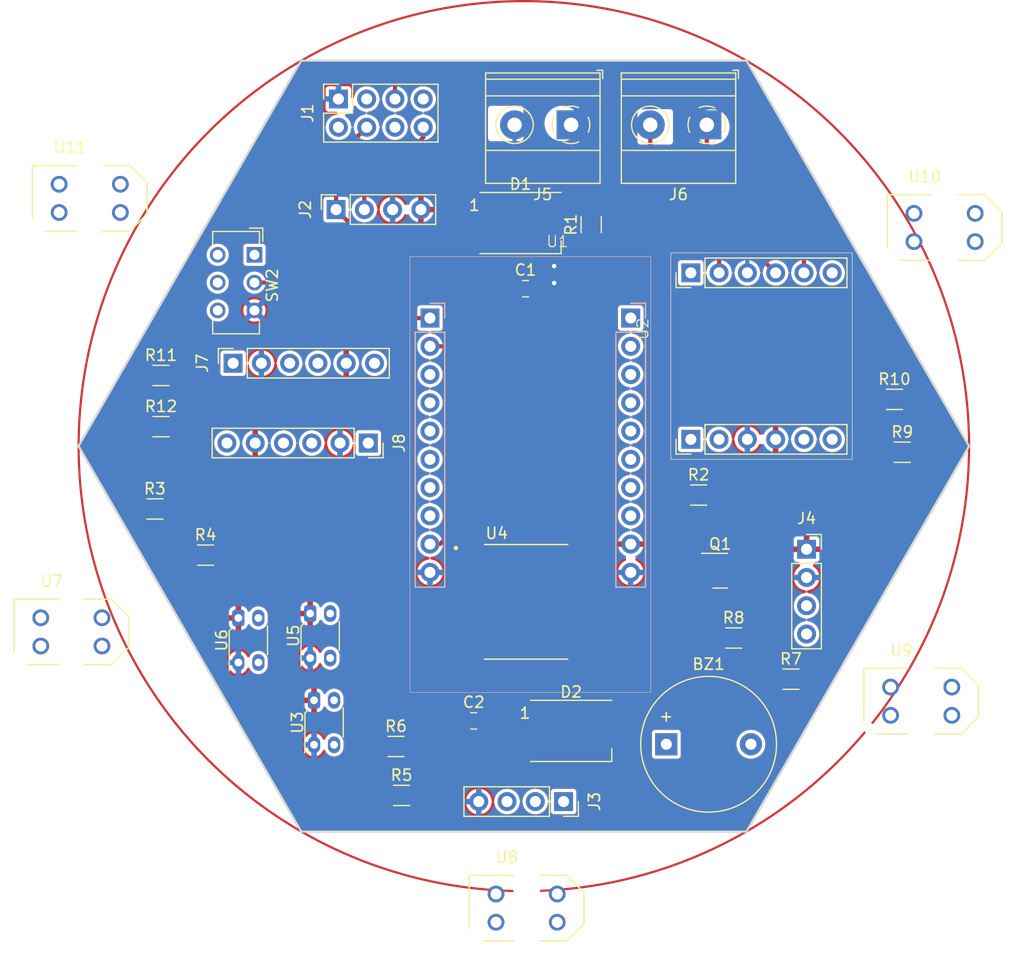
<source format=kicad_pcb>
(kicad_pcb (version 20221018) (generator pcbnew)
  (layers (0 "F.Cu" mixed) (31 "B.Cu" mixed) (34 "B.Paste" user) (35 "F.Paste" user) (36 "B.SilkS" user "B.Silkscreen") (37 "F.SilkS" user "F.Silkscreen") (38 "B.Mask" user) (39 "F.Mask" user) (44 "Edge.Cuts" user))
  (net 0 "")
  (net 1 "Net-(BZ1-+)")
  (net 2 "Net-(D1-DOUT)")
  (net 3 "Net-(D1-DIN)")
  (net 4 "/GND")
  (net 7 "/PA3")
  (net 10 "/PA2")
  (net 11 "/PC14")
  (net 12 "/PB6")
  (net 13 "/PA1")
  (net 14 "/OUT1+")
  (net 15 "/OUT2-")
  (net 16 "/OUT4+")
  (net 17 "/OUT3-")
  (net 19 "/D1")
  (net 20 "/D2")
  (net 21 "/D3")
  (net 22 "/D4")
  (net 23 "/D5")
  (net 24 "/D6")
  (net 25 "/D7")
  (net 26 "/D8")
  (net 27 "/+5V")
  (net 28 "Net-(Q1-B)")
  (net 29 "/PC15")
  (net 30 "/PB7")
  (net 32 "/PA0")
  (net 33 "/PA6")
  (net 34 "/PA4")
  (net 36 "/PA5")
  (net 38 "/PA7")
  (net 40 "Net-(R3-Pad2)")
  (net 41 "/PA13")
  (net 46 "/+3.3V")
  (net 47 "Net-(R5-Pad2)")
  (net 48 "Net-(R7-Pad2)")
  (net 49 "Net-(R9-Pad2)")
  (net 50 "Net-(R11-Pad2)")
  (net 52 "/PA8")
  (net 54 "Earth")
  (footprint "Resistor_SMD:R_1206_3216Metric" (layer "F.Cu") (at 137.4 93.65)
    (fp_text reference "R11" (at 0 -1.82) (layer "F.SilkS"))
    (fp_text value "R")
    (pad "1" smd roundrect (at -1.4625 0) (size 1.125 1.75) (layers "F.Cu" "F.Paste" "F.Mask") (roundrect_rratio 0.222222) (net 27 "/+5V"))
    (pad "2" smd roundrect (at 1.4625 0) (size 1.125 1.75) (layers "F.Cu" "F.Paste" "F.Mask") (roundrect_rratio 0.222222) (net 50 "Net-(R11-Pad2)"))
  )
  (footprint "LED_SMD:LED_WS2812B_PLCC4_5.0x5.0mm_P3.2mm" (layer "F.Cu") (at 169.7 79.95)
    (fp_text reference "D1" (at 0 -3.5) (layer "F.SilkS"))
    (fp_text value "WS2812B")
    (fp_text user "1" (at -4.15 -1.6) (layer "F.SilkS"))
    (pad "1" smd rect (at -2.45 -1.65) (size 1.5 0.9) (layers "F.Cu" "F.Paste" "F.Mask") (net 27 "/+5V"))
    (pad "2" smd rect (at -2.45 1.65) (size 1.5 0.9) (layers "F.Cu" "F.Paste" "F.Mask") (net 2 "Net-(D1-DOUT)"))
    (pad "3" smd rect (at 2.45 1.65) (size 1.5 0.9) (layers "F.Cu" "F.Paste" "F.Mask") (net 4 "/GND"))
    (pad "4" smd rect (at 2.45 -1.65) (size 1.5 0.9) (layers "F.Cu" "F.Paste" "F.Mask") (net 3 "Net-(D1-DIN)"))
  )
  (footprint "RDlib:DRV8833 MODULE" (layer "F.Cu") (at 183.2235 101.1475 90)
    (fp_text reference "U2" (at 11.684 -2.54 90 unlocked) (layer "F.SilkS") (effects (font (thickness 0.1))))
    (fp_text value "DVR8833")
    (pad "1" thru_hole rect (at 16.72 1.778 90) (size 1.7 1.7) (drill 1) (layers "*.Cu" "*.Mask"))
    (pad "2" thru_hole oval (at 16.72 4.318 90) (size 1.7 1.7) (drill 1) (layers "*.Cu" "*.Mask") (net 14 "/OUT1+"))
    (pad "3" thru_hole oval (at 16.72 6.858 90) (size 1.7 1.7) (drill 1) (layers "*.Cu" "*.Mask") (net 15 "/OUT2-"))
    (pad "4" thru_hole oval (at 16.72 9.398 90) (size 1.7 1.7) (drill 1) (layers "*.Cu" "*.Mask") (net 17 "/OUT3-"))
    (pad "5" thru_hole oval (at 16.72 11.938 90) (size 1.7 1.7) (drill 1) (layers "*.Cu" "*.Mask") (net 16 "/OUT4+"))
    (pad "6" thru_hole oval (at 16.72 14.478 90) (size 1.7 1.7) (drill 1) (layers "*.Cu" "*.Mask"))
    (pad "7" thru_hole oval (at 1.756 14.478 90) (size 1.7 1.7) (drill 1) (layers "*.Cu" "*.Mask") (net 30 "/PB7"))
    (pad "8" thru_hole oval (at 1.756 11.938 90) (size 1.7 1.7) (drill 1) (layers "*.Cu" "*.Mask") (net 38 "/PA7"))
    (pad "9" thru_hole oval (at 1.756 9.398 90) (size 1.7 1.7) (drill 1) (layers "*.Cu" "*.Mask") (net 27 "/+5V"))
    (pad "10" thru_hole oval (at 1.756 6.858 90) (size 1.7 1.7) (drill 1) (layers "*.Cu" "*.Mask") (net 4 "/GND"))
    (pad "11" thru_hole oval (at 1.756 4.318 90) (size 1.7 1.7) (drill 1) (layers "*.Cu" "*.Mask") (net 52 "/PA8"))
    (pad "12" thru_hole rect (at 1.756 1.778 90) (size 1.7 1.7) (drill 1) (layers "*.Cu" "*.Mask") (net 41 "/PA13"))
  )
  (footprint "Capacitor_SMD:C_0805_2012Metric" (layer "F.Cu") (at 170.15 85.852)
    (fp_text reference "C1" (at 0 -1.68) (layer "F.SilkS"))
    (fp_text value "C")
    (pad "1" smd roundrect (at -0.95 0) (size 1 1.45) (layers "F.Cu" "F.Paste" "F.Mask") (net 27 "/+5V"))
    (pad "2" smd roundrect (at 0.95 0) (size 1 1.45) (layers "F.Cu" "F.Paste" "F.Mask") (net 4 "/GND"))
  )
  (footprint "Resistor_SMD:R_1206_3216Metric" (layer "F.Cu") (at 203.3 95.8)
    (fp_text reference "R10" (at 0 -1.82) (layer "F.SilkS"))
    (fp_text value "R")
    (pad "1" smd roundrect (at -1.4625 0) (size 1.125 1.75) (layers "F.Cu" "F.Paste" "F.Mask") (roundrect_rratio 0.222222) (net 27 "/+5V"))
    (pad "2" smd roundrect (at 1.4625 0) (size 1.125 1.75) (layers "F.Cu" "F.Paste" "F.Mask") (roundrect_rratio 0.222222) (net 25 "/D7"))
  )
  (footprint "tcrt:OPTO_TCRT5000" (layer "F.Cu") (at 131 77.73)
    (fp_text reference "U11" (at -1.76355 -4.57476) (layer "F.SilkS") (effects (font (size 1.004126 1.004126))))
    (fp_text value "TCRT5000")
    (pad "" np_thru_hole circle (at -4.65 2.45) (size 1 1) (drill 1) (layers "*.Cu" "*.Mask"))
    (pad "" np_thru_hole circle (at 0 -1.9) (size 2.5 2.5) (drill 2.5) (layers "*.Cu" "*.Mask"))
    (pad "" np_thru_hole circle (at 0 1.9) (size 2.5 2.5) (drill 2.5) (layers "*.Cu" "*.Mask"))
    (pad "A" thru_hole circle (at 2.75 -1.27) (size 1.5 1.5) (drill 1) (layers "*.Cu" "*.Mask") (net 50 "Net-(R11-Pad2)"))
    (pad "CATH" thru_hole circle (at 2.75 1.27) (size 1.5 1.5) (drill 1) (layers "*.Cu" "*.Mask") (net 4 "/GND"))
    (pad "COLL" thru_hole circle (at -2.75 -1.27) (size 1.5 1.5) (drill 1) (layers "*.Cu" "*.Mask") (net 26 "/D8"))
    (pad "E" thru_hole circle (at -2.75 1.27) (size 1.5 1.5) (drill 1) (layers "*.Cu" "*.Mask") (net 4 "/GND"))
  )
  (footprint "Button_Switch_THT:SW_CuK_JS202011CQN_DPDT_Straight" (layer "F.Cu") (at 145.796 82.804 -90)
    (fp_text reference "SW2" (at 2.75 -1.6 90) (layer "F.SilkS"))
    (fp_text value "SW_DPDT_x2")
    (pad "1" thru_hole rect (at 0 0 270) (size 1.4 1.4) (drill 0.9) (layers "*.Cu" "*.Mask"))
    (pad "2" thru_hole circle (at 2.5 0 270) (size 1.4 1.4) (drill 0.9) (layers "*.Cu" "*.Mask") (net 34 "/PA4"))
    (pad "3" thru_hole circle (at 5 0 270) (size 1.4 1.4) (drill 0.9) (layers "*.Cu" "*.Mask") (net 4 "/GND"))
    (pad "4" thru_hole circle (at 0 3.3 270) (size 1.4 1.4) (drill 0.9) (layers "*.Cu" "*.Mask"))
    (pad "5" thru_hole circle (at 2.5 3.3 270) (size 1.4 1.4) (drill 0.9) (layers "*.Cu" "*.Mask"))
    (pad "6" thru_hole circle (at 5 3.3 270) (size 1.4 1.4) (drill 0.9) (layers "*.Cu" "*.Mask"))
  )
  (footprint "TerminalBlock_Phoenix:TerminalBlock_Phoenix_MKDS-1,5-2-5.08_1x02_P5.08mm_Horizontal" (layer "F.Cu") (at 186.436 71.12 180)
    (fp_text reference "J6" (at 2.54 -6.26) (layer "F.SilkS"))
    (fp_text value "Screw_Terminal_01x02")
    (pad "1" thru_hole rect (at 0 0 180) (size 2.6 2.6) (drill 1.3) (layers "*.Cu" "*.Mask") (net 16 "/OUT4+"))
    (pad "2" thru_hole circle (at 5.08 0 180) (size 2.6 2.6) (drill 1.3) (layers "*.Cu" "*.Mask") (net 17 "/OUT3-"))
  )
  (footprint "OptoDevice:OnSemi_CASE100AQ" (layer "F.Cu") (at 150.8 115.05)
    (fp_text reference "U5" (at -1.5 2 90) (layer "F.SilkS"))
    (fp_text value "QRE1113")
    (pad "1" thru_hole roundrect (at 0 0) (size 1.1 1.5) (drill 0.7) (layers "*.Cu" "*.Mask") (net 27 "/+5V"))
    (pad "2" thru_hole oval (at 0 4) (size 1.1 1.5) (drill 0.7) (layers "*.Cu" "*.Mask") (net 4 "/GND"))
    (pad "3" thru_hole oval (at 1.8 4) (size 1.1 1.5) (drill 0.7) (layers "*.Cu" "*.Mask") (net 20 "/D2"))
    (pad "4" thru_hole oval (at 1.8 0) (size 1.1 1.5) (drill 0.7) (layers "*.Cu" "*.Mask") (net 54 "Earth"))
  )
  (footprint "Resistor_SMD:R_1206_3216Metric" (layer "F.Cu") (at 159.0125 131.4)
    (fp_text reference "R5" (at 0 -1.82) (layer "F.SilkS"))
    (fp_text value "R")
    (pad "1" smd roundrect (at -1.4625 0) (size 1.125 1.75) (layers "F.Cu" "F.Paste" "F.Mask") (roundrect_rratio 0.222222) (net 27 "/+5V"))
    (pad "2" smd roundrect (at 1.4625 0) (size 1.125 1.75) (layers "F.Cu" "F.Paste" "F.Mask") (roundrect_rratio 0.222222) (net 47 "Net-(R5-Pad2)"))
  )
  (footprint "Connector_PinSocket_2.54mm:PinSocket_1x04_P2.54mm_Vertical" (layer "F.Cu") (at 173.57 131.95 -90)
    (fp_text reference "J3" (at 0 -2.77 90) (layer "F.SilkS"))
    (fp_text value "Display OLED 0.96''")
    (pad "1" thru_hole rect (at 0 0 270) (size 1.7 1.7) (drill 1) (layers "*.Cu" "*.Mask") (net 11 "/PC14"))
    (pad "2" thru_hole oval (at 0 2.54 270) (size 1.7 1.7) (drill 1) (layers "*.Cu" "*.Mask") (net 12 "/PB6"))
    (pad "3" thru_hole oval (at 0 5.08 270) (size 1.7 1.7) (drill 1) (layers "*.Cu" "*.Mask") (net 46 "/+3.3V"))
    (pad "4" thru_hole oval (at 0 7.62 270) (size 1.7 1.7) (drill 1) (layers "*.Cu" "*.Mask") (net 4 "/GND"))
  )
  (footprint "tcrt:OPTO_TCRT5000" (layer "F.Cu") (at 170.25 141.53)
    (fp_text reference "U8" (at -1.76355 -4.57476) (layer "F.SilkS") (effects (font (size 1.004126 1.004126))))
    (fp_text value "TCRT5000")
    (pad "" np_thru_hole circle (at -4.65 2.45) (size 1 1) (drill 1) (layers "*.Cu" "*.Mask"))
    (pad "" np_thru_hole circle (at 0 -1.9) (size 2.5 2.5) (drill 2.5) (layers "*.Cu" "*.Mask"))
    (pad "" np_thru_hole circle (at 0 1.9) (size 2.5 2.5) (drill 2.5) (layers "*.Cu" "*.Mask"))
    (pad "A" thru_hole circle (at 2.75 -1.27) (size 1.5 1.5) (drill 1) (layers "*.Cu" "*.Mask") (net 47 "Net-(R5-Pad2)"))
    (pad "CATH" thru_hole circle (at 2.75 1.27) (size 1.5 1.5) (drill 1) (layers "*.Cu" "*.Mask") (net 4 "/GND"))
    (pad "COLL" thru_hole circle (at -2.75 -1.27) (size 1.5 1.5) (drill 1) (layers "*.Cu" "*.Mask") (net 23 "/D5"))
    (pad "E" thru_hole circle (at -2.75 1.27) (size 1.5 1.5) (drill 1) (layers "*.Cu" "*.Mask") (net 4 "/GND"))
  )
  (footprint "Connector_PinSocket_2.54mm:PinSocket_1x04_P2.54mm_Vertical" (layer "F.Cu") (at 153.13 78.74 90)
    (fp_text reference "J2" (at 0 -2.77 90) (layer "F.SilkS"))
    (fp_text value "Bluetooth ZS-040")
    (pad "1" thru_hole rect (at 0 0 90) (size 1.7 1.7) (drill 1) (layers "*.Cu" "*.Mask") (net 7 "/PA3"))
    (pad "2" thru_hole oval (at 0 2.54 90) (size 1.7 1.7) (drill 1) (layers "*.Cu" "*.Mask") (net 10 "/PA2"))
    (pad "3" thru_hole oval (at 0 5.08 90) (size 1.7 1.7) (drill 1) (layers "*.Cu" "*.Mask") (net 4 "/GND"))
    (pad "4" thru_hole oval (at 0 7.62 90) (size 1.7 1.7) (drill 1) (layers "*.Cu" "*.Mask") (net 27 "/+5V"))
  )
  (footprint "LED_SMD:LED_WS2812B_PLCC4_5.0x5.0mm_P3.2mm" (layer "F.Cu") (at 174.25 125.6)
    (fp_text reference "D2" (at 0 -3.5) (layer "F.SilkS"))
    (fp_text value "WS2812B")
    (fp_text user "1" (at -4.15 -1.6) (layer "F.SilkS"))
    (pad "1" smd rect (at -2.45 -1.65) (size 1.5 0.9) (layers "F.Cu" "F.Paste" "F.Mask") (net 27 "/+5V"))
    (pad "2" smd rect (at -2.45 1.65) (size 1.5 0.9) (layers "F.Cu" "F.Paste" "F.Mask"))
    (pad "3" smd rect (at 2.45 1.65) (size 1.5 0.9) (layers "F.Cu" "F.Paste" "F.Mask") (net 4 "/GND"))
    (pad "4" smd rect (at 2.45 -1.65) (size 1.5 0.9) (layers "F.Cu" "F.Paste" "F.Mask") (net 2 "Net-(D1-DOUT)"))
  )
  (footprint "Capacitor_SMD:C_0805_2012Metric" (layer "F.Cu") (at 165.5 124.7)
    (fp_text reference "C2" (at 0 -1.68) (layer "F.SilkS"))
    (fp_text value "C")
    (pad "1" smd roundrect (at -0.95 0) (size 1 1.45) (layers "F.Cu" "F.Paste" "F.Mask") (net 27 "/+5V"))
    (pad "2" smd roundrect (at 0.95 0) (size 1 1.45) (layers "F.Cu" "F.Paste" "F.Mask") (net 4 "/GND"))
  )
  (footprint "tcrt:OPTO_TCRT5000" (layer "F.Cu") (at 129.35 116.7)
    (fp_text reference "U7" (at -1.76355 -4.57476) (layer "F.SilkS") (effects (font (size 1.004126 1.004126))))
    (fp_text value "TCRT5000")
    (pad "" np_thru_hole circle (at -4.65 2.45) (size 1 1) (drill 1) (layers "*.Cu" "*.Mask"))
    (pad "" np_thru_hole circle (at 0 -1.9) (size 2.5 2.5) (drill 2.5) (layers "*.Cu" "*.Mask"))
    (pad "" np_thru_hole circle (at 0 1.9) (size 2.5 2.5) (drill 2.5) (layers "*.Cu" "*.Mask"))
    (pad "A" thru_hole circle (at 2.75 -1.27) (size 1.5 1.5) (drill 1) (layers "*.Cu" "*.Mask") (net 40 "Net-(R3-Pad2)"))
    (pad "CATH" thru_hole circle (at 2.75 1.27) (size 1.5 1.5) (drill 1) (layers "*.Cu" "*.Mask") (net 4 "/GND"))
    (pad "COLL" thru_hole circle (at -2.75 -1.27) (size 1.5 1.5) (drill 1) (layers "*.Cu" "*.Mask") (net 22 "/D4"))
    (pad "E" thru_hole circle (at -2.75 1.27) (size 1.5 1.5) (drill 1) (layers "*.Cu" "*.Mask") (net 4 "/GND"))
  )
  (footprint "TerminalBlock_Phoenix:TerminalBlock_Phoenix_MKDS-1,5-2-5.08_1x02_P5.08mm_Horizontal" (layer "F.Cu") (at 174.244 71.12 180)
    (fp_text reference "J5" (at 2.54 -6.26) (layer "F.SilkS"))
    (fp_text value "Screw_Terminal_01x02")
    (pad "1" thru_hole rect (at 0 0 180) (size 2.6 2.6) (drill 1.3) (layers "*.Cu" "*.Mask") (net 14 "/OUT1+"))
    (pad "2" thru_hole circle (at 5.08 0 180) (size 2.6 2.6) (drill 1.3) (layers "*.Cu" "*.Mask") (net 15 "/OUT2-"))
  )
  (footprint "Resistor_SMD:R_1206_3216Metric" (layer "F.Cu") (at 141.4 109.8)
    (fp_text reference "R4" (at 0 -1.82) (layer "F.SilkS"))
    (fp_text value "R")
    (pad "1" smd roundrect (at -1.4625 0) (size 1.125 1.75) (layers "F.Cu" "F.Paste" "F.Mask") (roundrect_rratio 0.222222) (net 27 "/+5V"))
    (pad "2" smd roundrect (at 1.4625 0) (size 1.125 1.75) (layers "F.Cu" "F.Paste" "F.Mask") (roundrect_rratio 0.222222) (net 22 "/D4"))
  )
  (footprint "Buzzer_Beeper:Buzzer_12x9.5RM7.6" (layer "F.Cu") (at 182.8 126.8)
    (fp_text reference "BZ1" (at 3.8 -7.2) (layer "F.SilkS"))
    (fp_text value "Buzzer")
    (fp_text user "+" (at -0.01 -2.54) (layer "F.SilkS"))
    (pad "1" thru_hole rect (at 0 0) (size 2 2) (drill 1) (layers "*.Cu" "*.Mask") (net 46 "/+3.3V"))
    (pad "2" thru_hole circle (at 7.6 0) (size 2 2) (drill 1) (layers "*.Cu" "*.Mask") (net 1 "Net-(BZ1-+)"))
  )
  (footprint "tcrt:OPTO_TCRT5000" (layer "F.Cu") (at 207.8 80.35)
    (fp_text reference "U10" (at -1.76355 -4.57476) (layer "F.SilkS") (effects (font (size 1.004126 1.004126))))
    (fp_text value "TCRT5000")
    (pad "" np_thru_hole circle (at -4.65 2.45) (size 1 1) (drill 1) (layers "*.Cu" "*.Mask"))
    (pad "" np_thru_hole circle (at 0 -1.9) (size 2.5 2.5) (drill 2.5) (layers "*.Cu" "*.Mask"))
    (pad "" np_thru_hole circle (at 0 1.9) (size 2.5 2.5) (drill 2.5) (layers "*.Cu" "*.Mask"))
    (pad "A" thru_hole circle (at 2.75 -1.27) (size 1.5 1.5) (drill 1) (layers "*.Cu" "*.Mask") (net 49 "Net-(R9-Pad2)"))
    (pad "CATH" thru_hole circle (at 2.75 1.27) (size 1.5 1.5) (drill 1) (layers "*.Cu" "*.Mask") (net 4 "/GND"))
    (pad "COLL" thru_hole circle (at -2.75 -1.27) (size 1.5 1.5) (drill 1) (layers "*.Cu" "*.Mask") (net 25 "/D7"))
    (pad "E" thru_hole circle (at -2.75 1.27) (size 1.5 1.5) (drill 1) (layers "*.Cu" "*.Mask") (net 4 "/GND"))
  )
  (footprint "OptoDevice:OnSemi_CASE100AQ" (layer "F.Cu") (at 151.15 122.85)
    (fp_text reference "U3" (at -1.5 2 90) (layer "F.SilkS"))
    (fp_text value "QRE1113")
    (pad "1" thru_hole roundrect (at 0 0) (size 1.1 1.5) (drill 0.7) (layers "*.Cu" "*.Mask") (net 27 "/+5V"))
    (pad "2" thru_hole oval (at 0 4) (size 1.1 1.5) (drill 0.7) (layers "*.Cu" "*.Mask") (net 4 "/GND"))
    (pad "3" thru_hole oval (at 1.8 4) (size 1.1 1.5) (drill 0.7) (layers "*.Cu" "*.Mask") (net 19 "/D1"))
    (pad "4" thru_hole oval (at 1.8 0) (size 1.1 1.5) (drill 0.7) (layers "*.Cu" "*.Mask") (net 54 "Earth"))
  )
  (footprint "Resistor_SMD:R_1206_3216Metric" (layer "F.Cu") (at 204 100.55)
    (fp_text reference "R9" (at 0 -1.82) (layer "F.SilkS"))
    (fp_text value "R")
    (pad "1" smd roundrect (at -1.4625 0) (size 1.125 1.75) (layers "F.Cu" "F.Paste" "F.Mask") (roundrect_rratio 0.222222) (net 27 "/+5V"))
    (pad "2" smd roundrect (at 1.4625 0) (size 1.125 1.75) (layers "F.Cu" "F.Paste" "F.Mask") (roundrect_rratio 0.222222) (net 49 "Net-(R9-Pad2)"))
  )
  (footprint "Resistor_SMD:R_1206_3216Metric" (layer "F.Cu") (at 176.05 80.1 90)
    (fp_text reference "R1" (at 0 -1.82 90) (layer "F.SilkS"))
    (fp_text value "470R")
    (pad "1" smd roundrect (at -1.4625 0 90) (size 1.125 1.75) (layers "F.Cu" "F.Paste" "F.Mask") (roundrect_rratio 0.222222) (net 29 "/PC15"))
    (pad "2" smd roundrect (at 1.4625 0 90) (size 1.125 1.75) (layers "F.Cu" "F.Paste" "F.Mask") (roundrect_rratio 0.222222) (net 3 "Net-(D1-DIN)"))
  )
  (footprint "Resistor_SMD:R_1206_3216Metric" (layer "F.Cu") (at 137.4 98.25)
    (fp_text reference "R12" (at 0 -1.82) (layer "F.SilkS"))
    (fp_text value "R")
    (pad "1" smd roundrect (at -1.4625 0) (size 1.125 1.75) (layers "F.Cu" "F.Paste" "F.Mask") (roundrect_rratio 0.222222) (net 27 "/+5V"))
    (pad "2" smd roundrect (at 1.4625 0) (size 1.125 1.75) (layers "F.Cu" "F.Paste" "F.Mask") (roundrect_rratio 0.222222) (net 26 "/D8"))
  )
  (footprint "Resistor_SMD:R_1206_3216Metric" (layer "F.Cu") (at 188.85 117.25)
    (fp_text reference "R8" (at 0 -1.82) (layer "F.SilkS"))
    (fp_text value "R")
    (pad "1" smd roundrect (at -1.4625 0) (size 1.125 1.75) (layers "F.Cu" "F.Paste" "F.Mask") (roundrect_rratio 0.222222) (net 27 "/+5V"))
    (pad "2" smd roundrect (at 1.4625 0) (size 1.125 1.75) (layers "F.Cu" "F.Paste" "F.Mask") (roundrect_rratio 0.222222) (net 24 "/D6"))
  )
  (footprint "Resistor_SMD:R_1206_3216Metric" (layer "F.Cu") (at 136.85 105.65)
    (fp_text reference "R3" (at 0 -1.82) (layer "F.SilkS"))
    (fp_text value "R")
    (pad "1" smd roundrect (at -1.4625 0) (size 1.125 1.75) (layers "F.Cu" "F.Paste" "F.Mask") (roundrect_rratio 0.222222) (net 27 "/+5V"))
    (pad "2" smd roundrect (at 1.4625 0) (size 1.125 1.75) (layers "F.Cu" "F.Paste" "F.Mask") (roundrect_rratio 0.222222) (net 40 "Net-(R3-Pad2)"))
  )
  (footprint "Resistor_SMD:R_1206_3216Metric" (layer "F.Cu") (at 158.5125 127)
    (fp_text reference "R6" (at 0 -1.82) (layer "F.SilkS"))
    (fp_text value "R")
    (pad "1" smd roundrect (at -1.4625 0) (size 1.125 1.75) (layers "F.Cu" "F.Paste" "F.Mask") (roundrect_rratio 0.222222) (net 27 "/+5V"))
    (pad "2" smd roundrect (at 1.4625 0) (size 1.125 1.75) (layers "F.Cu" "F.Paste" "F.Mask") (roundrect_rratio 0.222222) (net 23 "/D5"))
  )
  (footprint "Connector_PinSocket_2.54mm:PinSocket_1x06_P2.54mm_Vertical" (layer "F.Cu") (at 156.025 99.725 -90)
    (fp_text reference "J8" (at 0 -2.77 90) (layer "F.SilkS"))
    (fp_text value "Conn_01x06_Socket")
    (pad "1" thru_hole rect (at 0 0 270) (size 1.7 1.7) (drill 1) (layers "*.Cu" "*.Mask"))
    (pad "2" thru_hole oval (at 0 2.54 270) (size 1.7 1.7) (drill 1) (layers "*.Cu" "*.Mask") (net 4 "/GND"))
    (pad "3" thru_hole oval (at 0 5.08 270) (size 1.7 1.7) (drill 1) (layers "*.Cu" "*.Mask") (net 13 "/PA1"))
    (pad "4" thru_hole oval (at 0 7.62 270) (size 1.7 1.7) (drill 1) (layers "*.Cu" "*.Mask") (net 32 "/PA0"))
    (pad "5" thru_hole oval (at 0 10.16 270) (size 1.7 1.7) (drill 1) (layers "*.Cu" "*.Mask") (net 27 "/+5V"))
    (pad "6" thru_hole oval (at 0 12.7 270) (size 1.7 1.7) (drill 1) (layers "*.Cu" "*.Mask"))
  )
  (footprint "Connector_PinSocket_2.54mm:PinSocket_1x06_P2.54mm_Vertical" (layer "F.Cu") (at 143.88 92.55 90)
    (fp_text reference "J7" (at 0 -2.77 90) (layer "F.SilkS"))
    (fp_text value "Conn_01x06_Socket")
    (pad "1" thru_hole rect (at 0 0 90) (size 1.7 1.7) (drill 1) (layers "*.Cu" "*.Mask"))
    (pad "2" thru_hole oval (at 0 2.54 90) (size 1.7 1.7) (drill 1) (layers "*.Cu" "*.Mask") (net 4 "/GND"))
    (pad "3" thru_hole oval (at 0 5.08 90) (size 1.7 1.7) (drill 1) (layers "*.Cu" "*.Mask") (net 36 "/PA5"))
    (pad "4" thru_hole oval (at 0 7.62 90) (size 1.7 1.7) (drill 1) (layers "*.Cu" "*.Mask") (net 33 "/PA6"))
    (pad "5" thru_hole oval (at 0 10.16 90) (size 1.7 1.7) (drill 1) (layers "*.Cu" "*.Mask") (net 27 "/+5V"))
    (pad "6" thru_hole oval (at 0 12.7 90) (size 1.7 1.7) (drill 1) (layers "*.Cu" "*.Mask"))
  )
  (footprint "Connector_PinSocket_2.54mm:PinSocket_2x04_P2.54mm_Vertical" (layer "F.Cu") (at 153.34 68.8 90)
    (fp_text reference "J1" (at -1.27 -2.77 90) (layer "F.SilkS"))
    (fp_text value "Modulo WIFI ESP01")
    (pad "1" thru_hole rect (at 0 0 90) (size 1.7 1.7) (drill 1) (layers "*.Cu" "*.Mask") (net 4 "/GND"))
    (pad "2" thru_hole oval (at -2.54 0 90) (size 1.7 1.7) (drill 1) (layers "*.Cu" "*.Mask"))
    (pad "3" thru_hole oval (at 0 2.54 90) (size 1.7 1.7) (drill 1) (layers "*.Cu" "*.Mask"))
    (pad "4" thru_hole oval (at -2.54 2.54 90) (size 1.7 1.7) (drill 1) (layers "*.Cu" "*.Mask") (net 7 "/PA3"))
    (pad "5" thru_hole oval (at 0 5.08 90) (size 1.7 1.7) (drill 1) (layers "*.Cu" "*.Mask") (net 46 "/+3.3V"))
    (pad "6" thru_hole oval (at -2.54 5.08 90) (size 1.7 1.7) (drill 1) (layers "*.Cu" "*.Mask"))
    (pad "7" thru_hole oval (at 0 7.62 90) (size 1.7 1.7) (drill 1) (layers "*.Cu" "*.Mask"))
    (pad "8" thru_hole oval (at -2.54 7.62 90) (size 1.7 1.7) (drill 1) (layers "*.Cu" "*.Mask") (net 10 "/PA2"))
  )
  (footprint "Package_TO_SOT_SMD:SOT-23" (layer "F.Cu") (at 187.6375 111.2)
    (fp_text reference "Q1" (at 0 -2.4) (layer "F.SilkS"))
    (fp_text value "BC817")
    (pad "1" smd roundrect (at -0.9375 -0.95) (size 1.475 0.6) (layers "F.Cu" "F.Paste" "F.Mask") (net 28 "Net-(Q1-B)"))
    (pad "2" smd roundrect (at -0.9375 0.95) (size 1.475 0.6) (layers "F.Cu" "F.Paste" "F.Mask") (net 4 "/GND"))
    (pad "3" smd roundrect (at 0.9375 0) (size 1.475 0.6) (layers "F.Cu" "F.Paste" "F.Mask") (net 1 "Net-(BZ1-+)"))
  )
  (footprint "Resistor_SMD:R_1206_3216Metric" (layer "F.Cu") (at 194 120.95)
    (fp_text reference "R7" (at 0 -1.82) (layer "F.SilkS"))
    (fp_text value "R")
    (pad "1" smd roundrect (at -1.4625 0) (size 1.125 1.75) (layers "F.Cu" "F.Paste" "F.Mask") (roundrect_rratio 0.222222) (net 27 "/+5V"))
    (pad "2" smd roundrect (at 1.4625 0) (size 1.125 1.75) (layers "F.Cu" "F.Paste" "F.Mask") (roundrect_rratio 0.222222) (net 48 "Net-(R7-Pad2)"))
  )
  (footprint "tcrt:OPTO_TCRT5000" (layer "F.Cu") (at 205.7 122.93)
    (fp_text reference "U9" (at -1.76355 -4.57476) (layer "F.SilkS") (effects (font (size 1.004126 1.004126))))
    (fp_text value "TCRT5000")
    (pad "" np_thru_hole circle (at -4.65 2.45) (size 1 1) (drill 1) (layers "*.Cu" "*.Mask"))
    (pad "" np_thru_hole circle (at 0 -1.9) (size 2.5 2.5) (drill 2.5) (layers "*.Cu" "*.Mask"))
    (pad "" np_thru_hole circle (at 0 1.9) (size 2.5 2.5) (drill 2.5) (layers "*.Cu" "*.Mask"))
    (pad "A" thru_hole circle (at 2.75 -1.27) (size 1.5 1.5) (drill 1) (layers "*.Cu" "*.Mask") (net 48 "Net-(R7-Pad2)"))
    (pad "CATH" thru_hole circle (at 2.75 1.27) (size 1.5 1.5) (drill 1) (layers "*.Cu" "*.Mask") (net 4 "/GND"))
    (pad "COLL" thru_hole circle (at -2.75 -1.27) (size 1.5 1.5) (drill 1) (layers "*.Cu" "*.Mask") (net 24 "/D6"))
    (pad "E" thru_hole circle (at -2.75 1.27) (size 1.5 1.5) (drill 1) (layers "*.Cu" "*.Mask") (net 4 "/GND"))
  )
  (footprint "Connector_PinSocket_2.54mm:PinSocket_1x04_P2.54mm_Vertical" (layer "F.Cu") (at 195.4 109.27)
    (fp_text reference "J4" (at 0 -2.77) (layer "F.SilkS"))
    (fp_text value "IMU MPU6050")
    (pad "1" thru_hole rect (at 0 0) (size 1.7 1.7) (drill 1) (layers "*.Cu" "*.Mask") (net 27 "/+5V"))
    (pad "2" thru_hole oval (at 0 2.54) (size 1.7 1.7) (drill 1) (layers "*.Cu" "*.Mask") (net 4 "/GND"))
    (pad "3" thru_hole oval (at 0 5.08) (size 1.7 1.7) (drill 1) (layers "*.Cu" "*.Mask") (net 12 "/PB6"))
    (pad "4" thru_hole oval (at 0 7.62) (size 1.7 1.7) (drill 1) (layers "*.Cu" "*.Mask") (net 11 "/PC14"))
  )
  (footprint "RDlib:SOIC127P1030X265-16N" (layer "F.Cu") (at 170.2 114)
    (fp_text reference "U4" (at -2.635 -6.162) (layer "F.SilkS"))
    (fp_text value "PCF8574ADW")
    (pad "1" smd roundrect (at -4.64 -4.445) (size 2.06 0.6) (layers "F.Cu" "F.Paste" "F.Mask") (roundrect_rratio 0.07) (net 4 "/GND"))
    (pad "2" smd roundrect (at -4.64 -3.175) (size 2.06 0.6) (layers "F.Cu" "F.Paste" "F.Mask") (roundrect_rratio 0.07) (net 4 "/GND"))
    (pad "3" smd roundrect (at -4.64 -1.905) (size 2.06 0.6) (layers "F.Cu" "F.Paste" "F.Mask") (roundrect_rratio 0.07) (net 4 "/GND"))
    (pad "4" smd roundrect (at -4.64 -0.635) (size 2.06 0.6) (layers "F.Cu" "F.Paste" "F.Mask") (roundrect_rratio 0.07) (net 19 "/D1"))
    (pad "5" smd roundrect (at -4.64 0.635) (size 2.06 0.6) (layers "F.Cu" "F.Paste" "F.Mask") (roundrect_rratio 0.07) (net 20 "/D2"))
    (pad "6" smd roundrect (at -4.64 1.905) (size 2.06 0.6) (layers "F.Cu" "F.Paste" "F.Mask") (roundrect_rratio 0.07) (net 21 "/D3"))
    (pad "7" smd roundrect (at -4.64 3.175) (size 2.06 0.6) (layers "F.Cu" "F.Paste" "F.Mask") (roundrect_rratio 0.07) (net 22 "/D4"))
    (pad "8" smd roundrect (at -4.64 4.445) (size 2.06 0.6) (layers "F.Cu" "F.Paste" "F.Mask") (roundrect_rratio 0.07) (net 4 "/GND"))
    (pad "9" smd roundrect (at 4.64 4.445) (size 2.06 0.6) (layers "F.Cu" "F.Paste" "F.Mask") (roundrect_rratio 0.07) (net 23 "/D5"))
    (pad "10" smd roundrect (at 4.64 3.175) (size 2.06 0.6) (layers "F.Cu" "F.Paste" "F.Mask") (roundrect_rratio 0.07) (net 24 "/D6"))
    (pad "11" smd roundrect (at 4.64 1.905) (size 2.06 0.6) (layers "F.Cu" "F.Paste" "F.Mask") (roundrect_rratio 0.07) (net 25 "/D7"))
    (pad "12" smd roundrect (at 4.64 0.635) (size 2.06 0.6) (layers "F.Cu" "F.Paste" "F.Mask") (roundrect_rratio 0.07) (net 26 "/D8"))
    (pad "13" smd roundrect (at 4.64 -0.635) (size 2.06 0.6) (layers "F.Cu" "F.Paste" "F.Mask") (roundrect_rratio 0.07))
    (pad "14" smd roundrect (at 4.64 -1.905) (size 2.06 0.6) (layers "F.Cu" "F.Paste" "F.Mask") (roundrect_rratio 0.07) (net 12 "/PB6"))
    (pad "15" smd roundrect (at 4.64 -3.175) (size 2.06 0.6) (layers "F.Cu" "F.Paste" "F.Mask") (roundrect_rratio 0.07) (net 11 "/PC14"))
    (pad "16" smd roundrect (at 4.64 -4.445) (size 2.06 0.6) (layers "F.Cu" "F.Paste" "F.Mask") (roundrect_rratio 0.07) (net 27 "/+5V"))
  )
  (footprint "Resistor_SMD:R_1206_3216Metric" (layer "F.Cu") (at 185.7 104.4)
    (fp_text reference "R2" (at 0 -1.82) (layer "F.SilkS"))
    (fp_text value "R")
    (pad "1" smd roundrect (at -1.4625 0) (size 1.125 1.75) (layers "F.Cu" "F.Paste" "F.Mask") (roundrect_rratio 0.222222) (net 30 "/PB7"))
    (pad "2" smd roundrect (at 1.4625 0) (size 1.125 1.75) (layers "F.Cu" "F.Paste" "F.Mask") (roundrect_rratio 0.222222) (net 28 "Net-(Q1-B)"))
  )
  (footprint "OptoDevice:OnSemi_CASE100AQ" (layer "F.Cu") (at 144.35 115.45)
    (fp_text reference "U6" (at -1.5 2 90) (layer "F.SilkS"))
    (fp_text value "QRE1113")
    (pad "1" thru_hole roundrect (at 0 0) (size 1.1 1.5) (drill 0.7) (layers "*.Cu" "*.Mask") (net 27 "/+5V"))
    (pad "2" thru_hole oval (at 0 4) (size 1.1 1.5) (drill 0.7) (layers "*.Cu" "*.Mask") (net 4 "/GND"))
    (pad "3" thru_hole oval (at 1.8 4) (size 1.1 1.5) (drill 0.7) (layers "*.Cu" "*.Mask") (net 21 "/D3"))
    (pad "4" thru_hole oval (at 1.8 0) (size 1.1 1.5) (drill 0.7) (layers "*.Cu" "*.Mask") (net 54 "Earth"))
  )
  (footprint "RDlib:Franzininho" (layer "B.Cu") (at 181.4 86.69 180)
    (fp_text reference "U1" (at 8.382 5.08 unlocked) (layer "F.SilkS") (effects (font (thickness 0.1))))
    (fp_text value "FRANZININHO STM32 C0")
    (pad "1" thru_hole rect (at 1.8 -1.8 180) (size 1.7 1.7) (drill 1) (layers "*.Cu" "*.Mask") (net 36 "/PA5"))
    (pad "2" thru_hole oval (at 1.8 -4.34 180) (size 1.7 1.7) (drill 1) (layers "*.Cu" "*.Mask") (net 33 "/PA6"))
    (pad "3" thru_hole oval (at 1.8 -6.88 180) (size 1.7 1.7) (drill 1) (layers "*.Cu" "*.Mask") (net 38 "/PA7"))
    (pad "4" thru_hole oval (at 1.8 -9.42 180) (size 1.7 1.7) (drill 1) (layers "*.Cu" "*.Mask") (net 52 "/PA8"))
    (pad "5" thru_hole oval (at 1.8 -11.96 180) (size 1.7 1.7) (drill 1) (layers "*.Cu" "*.Mask") (net 12 "/PB6"))
    (pad "6" thru_hole oval (at 1.8 -14.5 180) (size 1.7 1.7) (drill 1) (layers "*.Cu" "*.Mask") (net 30 "/PB7"))
    (pad "7" thru_hole oval (at 1.8 -17.04 180) (size 1.7 1.7) (drill 1) (layers "*.Cu" "*.Mask") (net 11 "/PC14"))
    (pad "8" thru_hole oval (at 1.8 -19.58 180) (size 1.7 1.7) (drill 1) (layers "*.Cu" "*.Mask") (net 29 "/PC15"))
    (pad "9" thru_hole oval (at 1.8 -22.12 180) (size 1.7 1.7) (drill 1) (layers "*.Cu" "*.Mask") (net 27 "/+5V"))
    (pad "10" thru_hole oval (at 1.8 -24.66 180) (size 1.7 1.7) (drill 1) (layers "*.Cu" "*.Mask") (net 4 "/GND"))
    (pad "11" thru_hole oval (at 19.834 -24.66 180) (size 1.7 1.7) (drill 1) (layers "*.Cu" "*.Mask") (net 4 "/GND"))
    (pad "12" thru_hole oval (at 19.834 -22.12 180) (size 1.7 1.7) (drill 1) (layers "*.Cu" "*.Mask") (net 46 "/+3.3V"))
    (pad "13" thru_hole oval (at 19.834 -19.58 180) (size 1.7 1.7) (drill 1) (layers "*.Cu" "*.Mask"))
    (pad "14" thru_hole oval (at 19.834 -17.04 180) (size 1.7 1.7) (drill 1) (layers "*.Cu" "*.Mask") (net 41 "/PA13"))
    (pad "15" thru_hole oval (at 19.834 -14.5 180) (size 1.7 1.7) (drill 1) (layers "*.Cu" "*.Mask"))
    (pad "16" thru_hole oval (at 19.834 -11.96 180) (size 1.7 1.7) (drill 1) (layers "*.Cu" "*.Mask") (net 32 "/PA0"))
    (pad "17" thru_hole oval (at 19.834 -9.42 180) (size 1.7 1.7) (drill 1) (layers "*.Cu" "*.Mask") (net 13 "/PA1"))
    (pad "18" thru_hole oval (at 19.834 -6.88 180) (size 1.7 1.7) (drill 1) (layers "*.Cu" "*.Mask") (net 10 "/PA2"))
    (pad "19" thru_hole oval (at 19.834 -4.34 180) (size 1.7 1.7) (drill 1) (layers "*.Cu" "*.Mask") (net 7 "/PA3"))
    (pad "20" thru_hole rect (at 19.834 -1.8 180) (size 1.7 1.7) (drill 1) (layers "*.Cu" "*.Mask") (net 34 "/PA4"))
  )
  (gr_circle (center 170 100) (end 210 100) (stroke (width 0.2)) (fill none) (layer "F.Cu"))
  (gr_line (start 190 134.65) (end 150 134.65) (stroke (width 0.2)) (layer "Edge.Cuts"))
  (gr_line (start 210 100) (end 190 134.65) (stroke (width 0.2)) (layer "Edge.Cuts"))
  (gr_line (start 130 100) (end 150 65.35) (stroke (width 0.2)) (layer "Edge.Cuts"))
  (gr_line (start 150 65.35) (end 190 65.35) (stroke (width 0.2)) (layer "Edge.Cuts"))
  (gr_line (start 190 65.35) (end 210 100) (stroke (width 0.2)) (layer "Edge.Cuts"))
  (gr_line (start 150 134.65) (end 130 100) (stroke (width 0.2)) (layer "Edge.Cuts"))
  (segment (start 176.05 78.006) (end 176.05 78.6375) (width 0.381) (layer "F.Cu") (net 3))
  (segment (start 173.234 77.216) (end 175.26 77.216) (width 0.381) (layer "F.Cu") (net 3))
  (segment (start 175.26 77.216) (end 176.05 78.006) (width 0.381) (layer "F.Cu") (net 3))
  (segment (start 172.15 78.3) (end 173.234 77.216) (width 0.381) (layer "F.Cu") (net 3))
  (segment (start 172.15 83.25) (end 172.72 83.82) (width 0.381) (layer "F.Cu") (net 4))
  (segment (start 172.15 81.6) (end 172.15 83.25) (width 0.381) (layer "F.Cu") (net 4))
  (segment (start 171.1 85.852) (end 172.212 85.852) (width 0.381) (layer "F.Cu") (net 4))
  (segment (start 172.212 85.852) (end 172.72 85.344) (width 0.381) (layer "F.Cu") (net 4))
  (via (at 172.72 83.82) (size 0.8) (drill 0.4) (layers "F.Cu" "B.Cu") (net 4))
  (via (at 172.72 85.344) (size 0.8) (drill 0.4) (layers "F.Cu" "B.Cu") (net 4))
  (segment (start 157.724 83.334) (end 153.13 78.74) (width 0.381) (layer "F.Cu") (net 7))
  (segment (start 161.566 83.334) (end 157.724 83.334) (width 0.381) (layer "F.Cu") (net 7))
  (segment (start 161.566 91.03) (end 162.97 91.03) (width 0.381) (layer "F.Cu") (net 7))
  (segment (start 153.13 74.09) (end 153.13 78.74) (width 0.381) (layer "F.Cu") (net 7))
  (segment (start 155.88 71.34) (end 153.13 74.09) (width 0.381) (layer "F.Cu") (net 7))
  (segment (start 164.084 85.852) (end 161.566 83.334) (width 0.381) (layer "F.Cu") (net 7))
  (segment (start 164.084 89.916) (end 164.084 85.852) (width 0.381) (layer "F.Cu") (net 7))
  (segment (start 162.97 91.03) (end 164.084 89.916) (width 0.381) (layer "F.Cu") (net 7))
  (segment (start 155.67 77.55) (end 160.96 72.26) (width 0.381) (layer "F.Cu") (net 10))
  (segment (start 160.96 72.26) (end 160.96 71.34) (width 0.381) (layer "F.Cu") (net 10))
  (segment (start 155.67 78.74) (end 155.67 77.55) (width 0.381) (layer "F.Cu") (net 10))
  (segment (start 176.276 71.12) (end 174.244 71.12) (width 0.381) (layer "F.Cu") (net 14))
  (segment (start 187.5415 84.4275) (end 187.5415 82.3855) (width 0.381) (layer "F.Cu") (net 14))
  (segment (start 187.5415 82.3855) (end 176.276 71.12) (width 0.381) (layer "F.Cu") (net 14))
  (segment (start 169.164 73.66) (end 169.164 71.12) (width 0.381) (layer "B.Cu") (net 15))
  (segment (start 183.388 75.184) (end 170.688 75.184) (width 0.381) (layer "B.Cu") (net 15))
  (segment (start 190.0815 84.4275) (end 190.0815 81.8775) (width 0.381) (layer "B.Cu") (net 15))
  (segment (start 190.0815 81.8775) (end 183.388 75.184) (width 0.381) (layer "B.Cu") (net 15))
  (segment (start 170.688 75.184) (end 169.164 73.66) (width 0.381) (layer "B.Cu") (net 15))
  (segment (start 195.1615 84.4275) (end 195.1615 81.8775) (width 0.381) (layer "F.Cu") (net 16))
  (segment (start 186.436 73.152) (end 186.436 71.12) (width 0.381) (layer "F.Cu") (net 16))
  (segment (start 195.1615 81.8775) (end 186.436 73.152) (width 0.381) (layer "F.Cu") (net 16))
  (segment (start 184.394 76.2) (end 182.88 76.2) (width 0.381) (layer "F.Cu") (net 17))
  (segment (start 181.356 74.676) (end 181.356 71.12) (width 0.381) (layer "F.Cu") (net 17))
  (segment (start 182.88 76.2) (end 181.356 74.676) (width 0.381) (layer "F.Cu") (net 17))
  (segment (start 192.6215 84.4275) (end 184.394 76.2) (width 0.381) (layer "F.Cu") (net 17))
  (segment (start 161.566 88.49) (end 151.99 88.49) (width 0.381) (layer "F.Cu") (net 34))
  (segment (start 148.804 85.304) (end 145.796 85.304) (width 0.381) (layer "F.Cu") (net 34))
  (segment (start 151.99 88.49) (end 148.804 85.304) (width 0.381) (layer "F.Cu") (net 34))
  (segment (start 158.42 68.8) (end 158.42 67.132) (width 0.381) (layer "F.Cu") (net 46))
  (segment (start 162.56 66.548) (end 164.592 68.58) (width 0.381) (layer "F.Cu") (net 46))
  (segment (start 162.462 108.81) (end 161.566 108.81) (width 0.381) (layer "F.Cu") (net 46))
  (segment (start 164.592 106.68) (end 162.462 108.81) (width 0.381) (layer "F.Cu") (net 46))
  (segment (start 164.592 68.58) (end 164.592 106.68) (width 0.381) (layer "F.Cu") (net 46))
  (segment (start 158.42 67.132) (end 159.004 66.548) (width 0.381) (layer "F.Cu") (net 46))
  (segment (start 159.004 66.548) (end 162.56 66.548) (width 0.381) (layer "F.Cu") (net 46))
  (zone (net 27) (net_name "/+5V") (layer "F.Cu") (connect_pads (clearance 0.3)) (min_thickness 0.25) (fill yes (thermal_gap 0.5) (thermal_bridge_width 0.5))
    (polygon (pts (xy 122.936 61.468) (xy 213.868 61.468) (xy 213.868 145.288) (xy 122.936 145.288)))
  )
  (zone (net 4) (net_name "/GND") (layer "B.Cu") (priority 1) (connect_pads (clearance 0.3)) (min_thickness 0.25) (fill yes (thermal_gap 0.5) (thermal_bridge_width 0.5))
    (polygon (pts (xy 122.936 61.468) (xy 213.868 61.468) (xy 213.868 145.288) (xy 122.936 145.288)))
  )
)
</source>
